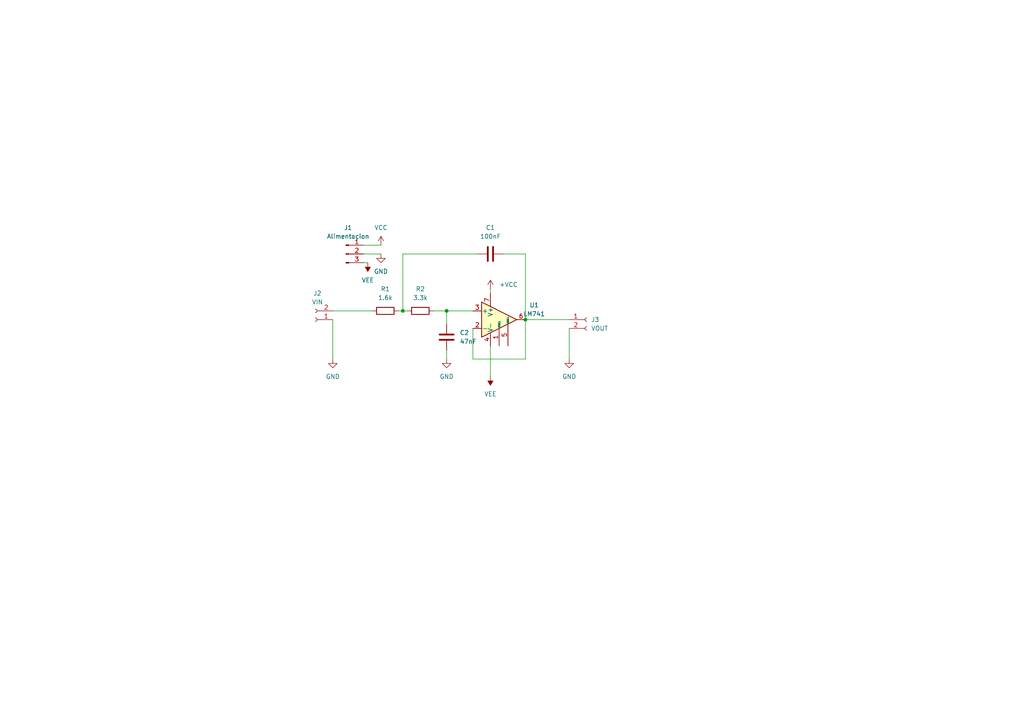
<source format=kicad_sch>
(kicad_sch (version 20231120) (generator "eeschema") (generator_version "8.0")
  (paper "A4")
  (lib_symbols
    (symbol "Amplifier_Operational:LM741" (pin_names (offset 0.127))
      (property "Reference" "U" (at 0 6.35 0))
      (property "Value" "LM741" (at 0 3.81 0))
      (symbol "LM741_0_1"
        (polyline (pts (xy -5.08 5.08) (xy 5.08 0) (xy -5.08 -5.08) (xy -5.08 5.08)) (stroke (width 0.254)) (fill (type background)))
      )
      (symbol "LM741_1_1"
        (pin input line (at 0 -7.62 90) (length 5.08) (name "NULL") (number "1"))
        (pin input line (at -7.62 -2.54 0) (length 2.54) (name "-") (number "2"))
        (pin input line (at -7.62 2.54 0) (length 2.54) (name "+") (number "3"))
        (pin power_in line (at -2.54 -7.62 90) (length 3.81) (name "V-") (number "4"))
        (pin input line (at 2.54 -7.62 90) (length 6.35) (name "NULL") (number "5"))
        (pin output line (at 7.62 0 180) (length 2.54) (name "~") (number "6"))
        (pin power_in line (at -2.54 7.62 270) (length 3.81) (name "V+") (number "7"))
        (pin no_connect line (at 0 2.54 270) (length 2.54) hide (name "NC") (number "8"))
      )
    )
    (symbol "Connector:Conn_01x02_Socket" (pin_names (offset 1.016) hide)
      (property "Reference" "J" (at 0 2.54 0))
      (property "Value" "Conn_01x02_Socket" (at 0 -5.08 0))
      (symbol "Conn_01x02_Socket_1_1"
        (arc (start 0 -2.032) (mid -0.5058 -2.54) (end 0 -3.048) (stroke (width 0.1524)))
        (polyline (pts (xy -1.27 -2.54) (xy -0.508 -2.54)) (stroke (width 0.1524)))
        (polyline (pts (xy -1.27 0) (xy -0.508 0)) (stroke (width 0.1524)))
        (arc (start 0 0.508) (mid -0.5058 0) (end 0 -0.508) (stroke (width 0.1524)))
        (pin passive line (at -5.08 0 0) (length 3.81) (name "Pin_1") (number "1"))
        (pin passive line (at -5.08 -2.54 0) (length 3.81) (name "Pin_2") (number "2"))
      )
    )
    (symbol "Connector:Conn_01x03_Pin" (pin_names (offset 1.016) hide)
      (property "Reference" "J" (at 0 5.08 0))
      (property "Value" "Conn_01x03_Pin" (at 0 -5.08 0))
      (symbol "Conn_01x03_Pin_1_1"
        (polyline (pts (xy 1.27 -2.54) (xy 0.8636 -2.54)) (stroke (width 0.1524)))
        (polyline (pts (xy 1.27 0) (xy 0.8636 0)) (stroke (width 0.1524)))
        (polyline (pts (xy 1.27 2.54) (xy 0.8636 2.54)) (stroke (width 0.1524)))
        (rectangle (start 0.8636 -2.413) (end 0 -2.667) (stroke (width 0.1524)) (fill (type outline)))
        (rectangle (start 0.8636 0.127) (end 0 -0.127) (stroke (width 0.1524)) (fill (type outline)))
        (rectangle (start 0.8636 2.667) (end 0 2.413) (stroke (width 0.1524)) (fill (type outline)))
        (pin passive line (at 5.08 2.54 180) (length 3.81) (name "Pin_1") (number "1"))
        (pin passive line (at 5.08 0 180) (length 3.81) (name "Pin_2") (number "2"))
        (pin passive line (at 5.08 -2.54 180) (length 3.81) (name "Pin_3") (number "3"))
      )
    )
    (symbol "Device:C" (pin_numbers hide) (pin_names (offset 0.254))
      (property "Reference" "C" (at 0.635 2.54 0))
      (property "Value" "C" (at 0.635 -2.54 0))
      (symbol "C_0_1"
        (polyline (pts (xy -2.032 -0.762) (xy 2.032 -0.762)) (stroke (width 0.508)))
        (polyline (pts (xy -2.032 0.762) (xy 2.032 0.762)) (stroke (width 0.508)))
      )
      (symbol "C_1_1"
        (pin passive line (at 0 3.81 270) (length 2.794) (name "~") (number "1"))
        (pin passive line (at 0 -3.81 90) (length 2.794) (name "~") (number "2"))
      )
    )
    (symbol "Device:R" (pin_numbers hide) (pin_names (offset 0))
      (property "Reference" "R" (at 2.032 0 90))
      (property "Value" "R" (at 0 0 90))
      (symbol "R_0_1"
        (rectangle (start -1.016 -2.54) (end 1.016 2.54) (stroke (width 0.254)))
      )
      (symbol "R_1_1"
        (pin passive line (at 0 3.81 270) (length 1.27) (name "~") (number "1"))
        (pin passive line (at 0 -3.81 90) (length 1.27) (name "~") (number "2"))
      )
    )
    (symbol "power:GND" (power) (pin_names (offset 0))
      (property "Value" "GND" (at 0 -3.81 0))
      (symbol "GND_0_1"
        (polyline (pts (xy 0 0) (xy 0 -1.27) (xy 1.27 -1.27) (xy 0 -2.54) (xy -1.27 -1.27) (xy 0 -1.27)))
      )
      (symbol "GND_1_1"
        (pin power_in line (at 0 0 270) (length 0) hide (name "GND") (number "1"))
      )
    )
    (symbol "power:VCC" (power) (pin_names (offset 0))
      (property "Value" "VCC" (at 0 3.81 0))
      (symbol "VCC_0_1"
        (polyline (pts (xy -0.762 1.27) (xy 0 2.54)))
        (polyline (pts (xy 0 0) (xy 0 2.54)))
        (polyline (pts (xy 0 2.54) (xy 0.762 1.27)))
      )
      (symbol "VCC_1_1"
        (pin power_in line (at 0 0 90) (length 0) hide (name "VCC") (number "1"))
      )
    )
    (symbol "power:VEE" (power) (pin_names (offset 0))
      (property "Value" "VEE" (at 0 3.81 0))
      (symbol "VEE_0_1"
        (polyline (pts (xy 0 0) (xy 0 2.54)))
        (polyline (pts (xy 0.762 1.27) (xy -0.762 1.27) (xy 0 2.54) (xy 0.762 1.27)) (fill (type outline)))
      )
      (symbol "VEE_1_1"
        (pin power_in line (at 0 0 90) (length 0) hide (name "VEE") (number "1"))
      )
    )
  )
  (junction (at 152.4 92.71))
  (junction (at 129.54 90.17))
  (junction (at 116.84 90.17))
  (wire (pts (xy 115.57 90.17) (xy 116.84 90.17)))
  (wire (pts (xy 125.73 90.17) (xy 129.54 90.17)))
  (wire (pts (xy 152.4 73.66) (xy 152.4 92.71)))
  (wire (pts (xy 137.16 95.25) (xy 137.16 104.14)))
  (wire (pts (xy 106.68 76.2) (xy 105.41 76.2)))
  (wire (pts (xy 146.05 73.66) (xy 152.4 73.66)))
  (wire (pts (xy 116.84 73.66) (xy 138.43 73.66)))
  (wire (pts (xy 129.54 90.17) (xy 137.16 90.17)))
  (wire (pts (xy 96.52 104.14) (xy 96.52 92.71)))
  (wire (pts (xy 129.54 90.17) (xy 129.54 93.98)))
  (wire (pts (xy 142.24 109.22) (xy 142.24 100.33)))
  (wire (pts (xy 137.16 104.14) (xy 152.4 104.14)))
  (wire (pts (xy 152.4 92.71) (xy 165.1 92.71)))
  (wire (pts (xy 152.4 92.71) (xy 152.4 104.14)))
  (wire (pts (xy 110.49 73.66) (xy 105.41 73.66)))
  (wire (pts (xy 142.24 83.82) (xy 142.24 85.09)))
  (wire (pts (xy 129.54 104.14) (xy 129.54 101.6)))
  (wire (pts (xy 110.49 71.12) (xy 105.41 71.12)))
  (wire (pts (xy 96.52 90.17) (xy 107.95 90.17)))
  (wire (pts (xy 116.84 73.66) (xy 116.84 90.17)))
  (wire (pts (xy 116.84 90.17) (xy 118.11 90.17)))
  (wire (pts (xy 165.1 104.14) (xy 165.1 95.25)))
  (symbol (lib_id "power:GND") (at 129.54 104.14 0) (unit 1)
    (property "Reference" "#PWR01" (effects (hide yes)))
    (property "Value" "GND" (at 129.54 109.22 0))
  )
  (symbol (lib_id "Device:C") (at 142.24 73.66 90) (unit 1)
    (property "Reference" "C1" (at 142.24 66.04 90))
    (property "Value" "100nF" (at 142.24 68.58 90))
    (property "Footprint" "Capacitor_THT:C_Axial_L3.8mm_D2.6mm_P7.50mm_Horizontal" (effects (hide yes)))
  )
  (symbol (lib_id "Device:R") (at 121.92 90.17 90) (unit 1)
    (property "Reference" "R2" (at 121.92 83.82 90))
    (property "Value" "3.3k" (at 121.92 86.36 90))
    (property "Footprint" "Resistor_THT:R_Axial_DIN0204_L3.6mm_D1.6mm_P7.62mm_Horizontal" (effects (hide yes)))
  )
  (symbol (lib_id "Device:C") (at 129.54 97.79 180) (unit 1)
    (property "Reference" "C2" (at 133.35 96.5199 0) (effects (justify right)))
    (property "Value" "47nF" (at 133.35 99.0599 0) (effects (justify right)))
    (property "Footprint" "Capacitor_THT:C_Axial_L3.8mm_D2.6mm_P7.50mm_Horizontal" (effects (hide yes)))
  )
  (symbol (lib_id "power:GND") (at 165.1 104.14 0) (unit 1)
    (property "Reference" "#PWR04" (effects (hide yes)))
    (property "Value" "GND" (at 165.1 109.22 0))
  )
  (symbol (lib_id "Amplifier_Operational:LM741") (at 144.78 92.71 0) (unit 1)
    (property "Reference" "U1" (at 154.94 88.5191 0))
    (property "Value" "LM741" (at 154.94 91.0591 0))
    (property "Footprint" "Package_DIP:DIP-8_W7.62mm_LongPads" (effects (hide yes)))
    (property "Datasheet" "http://www.ti.com/lit/ds/symlink/lm741.pdf" (effects (hide yes)))
  )
  (symbol (lib_id "Connector:Conn_01x02_Socket") (at 170.18 92.71 0) (unit 1)
    (property "Reference" "J3" (at 171.45 92.71 0) (effects (justify left)))
    (property "Value" "VOUT" (at 171.45 95.25 0) (effects (justify left)))
    (property "Footprint" "Connector_PinHeader_2.54mm:PinHeader_2x01_P2.54mm_Vertical" (effects (hide yes)))
  )
  (symbol (lib_id "Connector:Conn_01x03_Pin") (at 100.33 73.66 0) (unit 1)
    (property "Reference" "J1" (at 100.965 66.04 0))
    (property "Value" "Alimentacion" (at 100.965 68.58 0))
    (property "Footprint" "Connector_PinHeader_2.54mm:PinHeader_1x03_P2.54mm_Vertical" (effects (hide yes)))
  )
  (symbol (lib_id "power:GND") (at 110.49 73.66 0) (unit 1)
    (property "Reference" "#PWR06" (effects (hide yes)))
    (property "Value" "GND" (at 110.49 78.74 0))
  )
  (symbol (lib_id "power:VEE") (at 106.68 76.2 180) (unit 1)
    (property "Reference" "#PWR08" (effects (hide yes)))
    (property "Value" "VEE" (at 106.68 81.28 0))
  )
  (symbol (lib_id "power:GND") (at 96.52 104.14 0) (unit 1)
    (property "Reference" "#PWR05" (effects (hide yes)))
    (property "Value" "GND" (at 96.52 109.22 0))
  )
  (symbol (lib_id "Connector:Conn_01x02_Socket") (at 91.44 92.71 180) (unit 1)
    (property "Reference" "J2" (at 92.075 85.09 0))
    (property "Value" "VIN" (at 92.075 87.63 0))
    (property "Footprint" "Connector_PinHeader_2.54mm:PinHeader_2x01_P2.54mm_Vertical" (effects (hide yes)))
  )
  (symbol (lib_id "power:VEE") (at 142.24 109.22 180) (unit 1)
    (property "Reference" "#PWR03" (effects (hide yes)))
    (property "Value" "VEE" (at 142.24 114.3 0))
  )
  (symbol (lib_id "power:VCC") (at 110.49 71.12 0) (unit 1)
    (property "Reference" "#PWR07" (effects (hide yes)))
    (property "Value" "VCC" (at 110.49 66.04 0))
  )
  (symbol (lib_id "Device:R") (at 111.76 90.17 90) (unit 1)
    (property "Reference" "R1" (at 111.76 83.82 90))
    (property "Value" "1.6k" (at 111.76 86.36 90))
    (property "Footprint" "Resistor_THT:R_Axial_DIN0204_L3.6mm_D1.6mm_P7.62mm_Horizontal" (effects (hide yes)))
  )
  (symbol (lib_id "power:VCC") (at 142.24 83.82 0) (unit 1)
    (property "Reference" "#PWR02" (effects (hide yes)))
    (property "Value" "+VCC" (at 144.78 82.5499 0) (effects (justify left)))
  )
)
</source>
